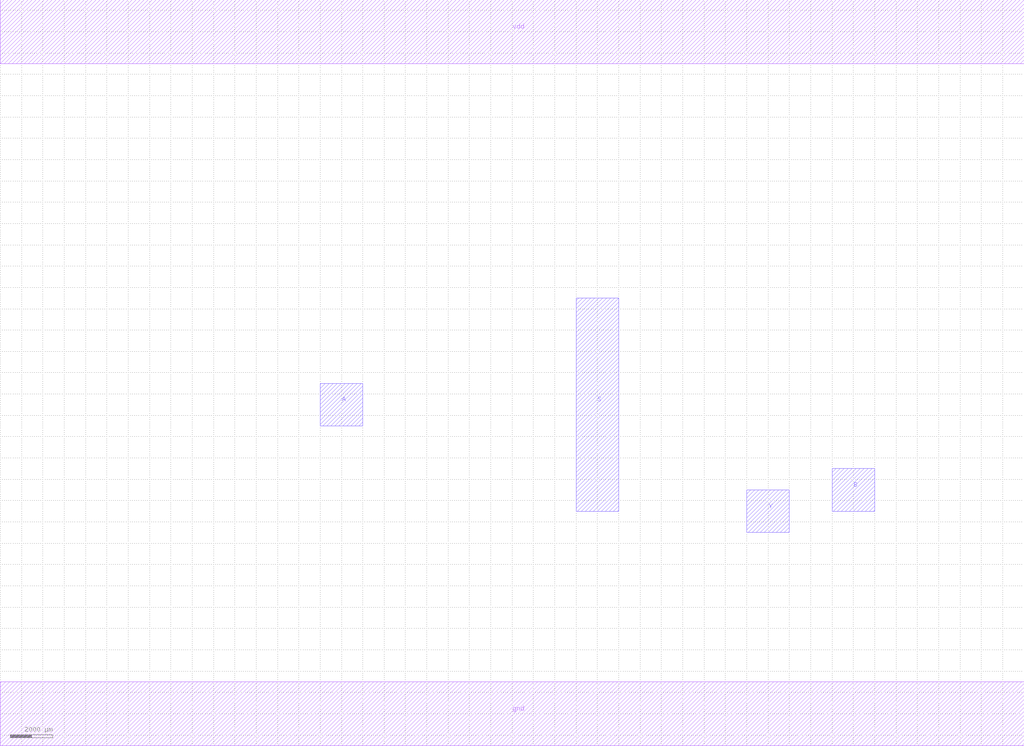
<source format=lef>
MACRO MUX2X1
 CLASS CORE ;
 ORIGIN 0 0 ;
 FOREIGN MUX2X1 0 0 ;
 SITE CORE ;
 SYMMETRY X Y R90 ;
  PIN vdd
   DIRECTION INOUT ;
   USE SIGNAL ;
   SHAPE ABUTMENT ;
    PORT
     CLASS CORE ;
       LAYER metal1 ;
        RECT 0.00000000 30500.00000000 48000.00000000 33500.00000000 ;
    END
  END vdd

  PIN gnd
   DIRECTION INOUT ;
   USE SIGNAL ;
   SHAPE ABUTMENT ;
    PORT
     CLASS CORE ;
       LAYER metal1 ;
        RECT 0.00000000 -1500.00000000 48000.00000000 1500.00000000 ;
    END
  END gnd

  PIN S
   DIRECTION INOUT ;
   USE SIGNAL ;
   SHAPE ABUTMENT ;
    PORT
     CLASS CORE ;
       LAYER metal2 ;
        RECT 27000.00000000 9500.00000000 29000.00000000 19500.00000000 ;
    END
  END S

  PIN A
   DIRECTION INOUT ;
   USE SIGNAL ;
   SHAPE ABUTMENT ;
    PORT
     CLASS CORE ;
       LAYER metal2 ;
        RECT 15000.00000000 13500.00000000 17000.00000000 15500.00000000 ;
    END
  END A

  PIN B
   DIRECTION INOUT ;
   USE SIGNAL ;
   SHAPE ABUTMENT ;
    PORT
     CLASS CORE ;
       LAYER metal2 ;
        RECT 39000.00000000 9500.00000000 41000.00000000 11500.00000000 ;
    END
  END B

  PIN Y
   DIRECTION INOUT ;
   USE SIGNAL ;
   SHAPE ABUTMENT ;
    PORT
     CLASS CORE ;
       LAYER metal2 ;
        RECT 35000.00000000 8500.00000000 37000.00000000 10500.00000000 ;
    END
  END Y


END MUX2X1

</source>
